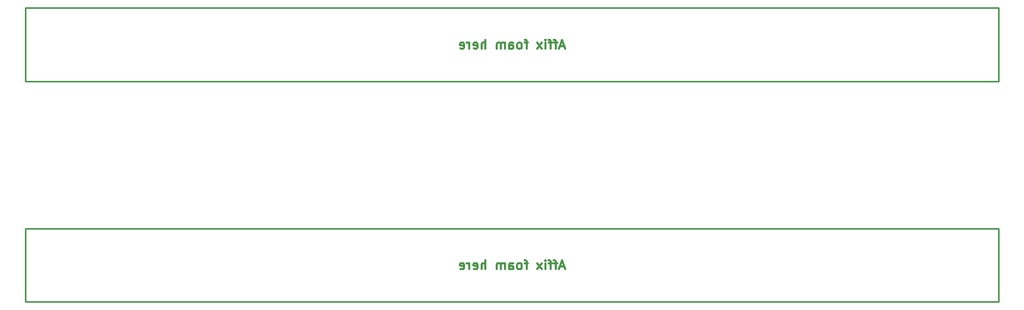
<source format=gbr>
G04 #@! TF.FileFunction,Legend,Bot*
%FSLAX46Y46*%
G04 Gerber Fmt 4.6, Leading zero omitted, Abs format (unit mm)*
G04 Created by KiCad (PCBNEW 4.0.6) date 04/26/18 16:11:40*
%MOMM*%
%LPD*%
G01*
G04 APERTURE LIST*
%ADD10C,0.100000*%
%ADD11C,0.250000*%
%ADD12C,0.300000*%
G04 APERTURE END LIST*
D10*
D11*
X68500000Y-76000000D02*
X68500000Y-88000000D01*
D12*
X156535714Y-118250000D02*
X155821428Y-118250000D01*
X156678571Y-118678571D02*
X156178571Y-117178571D01*
X155678571Y-118678571D01*
X155392857Y-117678571D02*
X154821428Y-117678571D01*
X155178571Y-118678571D02*
X155178571Y-117392857D01*
X155107143Y-117250000D01*
X154964285Y-117178571D01*
X154821428Y-117178571D01*
X154535714Y-117678571D02*
X153964285Y-117678571D01*
X154321428Y-118678571D02*
X154321428Y-117392857D01*
X154250000Y-117250000D01*
X154107142Y-117178571D01*
X153964285Y-117178571D01*
X153464285Y-118678571D02*
X153464285Y-117678571D01*
X153464285Y-117178571D02*
X153535714Y-117250000D01*
X153464285Y-117321429D01*
X153392857Y-117250000D01*
X153464285Y-117178571D01*
X153464285Y-117321429D01*
X152892856Y-118678571D02*
X152107142Y-117678571D01*
X152892856Y-117678571D02*
X152107142Y-118678571D01*
X150607142Y-117678571D02*
X150035713Y-117678571D01*
X150392856Y-118678571D02*
X150392856Y-117392857D01*
X150321428Y-117250000D01*
X150178570Y-117178571D01*
X150035713Y-117178571D01*
X149321427Y-118678571D02*
X149464285Y-118607143D01*
X149535713Y-118535714D01*
X149607142Y-118392857D01*
X149607142Y-117964286D01*
X149535713Y-117821429D01*
X149464285Y-117750000D01*
X149321427Y-117678571D01*
X149107142Y-117678571D01*
X148964285Y-117750000D01*
X148892856Y-117821429D01*
X148821427Y-117964286D01*
X148821427Y-118392857D01*
X148892856Y-118535714D01*
X148964285Y-118607143D01*
X149107142Y-118678571D01*
X149321427Y-118678571D01*
X147535713Y-118678571D02*
X147535713Y-117892857D01*
X147607142Y-117750000D01*
X147749999Y-117678571D01*
X148035713Y-117678571D01*
X148178570Y-117750000D01*
X147535713Y-118607143D02*
X147678570Y-118678571D01*
X148035713Y-118678571D01*
X148178570Y-118607143D01*
X148249999Y-118464286D01*
X148249999Y-118321429D01*
X148178570Y-118178571D01*
X148035713Y-118107143D01*
X147678570Y-118107143D01*
X147535713Y-118035714D01*
X146821427Y-118678571D02*
X146821427Y-117678571D01*
X146821427Y-117821429D02*
X146749999Y-117750000D01*
X146607141Y-117678571D01*
X146392856Y-117678571D01*
X146249999Y-117750000D01*
X146178570Y-117892857D01*
X146178570Y-118678571D01*
X146178570Y-117892857D02*
X146107141Y-117750000D01*
X145964284Y-117678571D01*
X145749999Y-117678571D01*
X145607141Y-117750000D01*
X145535713Y-117892857D01*
X145535713Y-118678571D01*
X143678570Y-118678571D02*
X143678570Y-117178571D01*
X143035713Y-118678571D02*
X143035713Y-117892857D01*
X143107142Y-117750000D01*
X143249999Y-117678571D01*
X143464284Y-117678571D01*
X143607142Y-117750000D01*
X143678570Y-117821429D01*
X141749999Y-118607143D02*
X141892856Y-118678571D01*
X142178570Y-118678571D01*
X142321427Y-118607143D01*
X142392856Y-118464286D01*
X142392856Y-117892857D01*
X142321427Y-117750000D01*
X142178570Y-117678571D01*
X141892856Y-117678571D01*
X141749999Y-117750000D01*
X141678570Y-117892857D01*
X141678570Y-118035714D01*
X142392856Y-118178571D01*
X141035713Y-118678571D02*
X141035713Y-117678571D01*
X141035713Y-117964286D02*
X140964285Y-117821429D01*
X140892856Y-117750000D01*
X140749999Y-117678571D01*
X140607142Y-117678571D01*
X139535714Y-118607143D02*
X139678571Y-118678571D01*
X139964285Y-118678571D01*
X140107142Y-118607143D01*
X140178571Y-118464286D01*
X140178571Y-117892857D01*
X140107142Y-117750000D01*
X139964285Y-117678571D01*
X139678571Y-117678571D01*
X139535714Y-117750000D01*
X139464285Y-117892857D01*
X139464285Y-118035714D01*
X140178571Y-118178571D01*
D11*
X227500000Y-124000000D02*
X227500000Y-112000000D01*
X68500000Y-124000000D02*
X227500000Y-124000000D01*
X68500000Y-112000000D02*
X227500000Y-112000000D01*
X68500000Y-124000000D02*
X68500000Y-112000000D01*
D12*
X156535714Y-82250000D02*
X155821428Y-82250000D01*
X156678571Y-82678571D02*
X156178571Y-81178571D01*
X155678571Y-82678571D01*
X155392857Y-81678571D02*
X154821428Y-81678571D01*
X155178571Y-82678571D02*
X155178571Y-81392857D01*
X155107143Y-81250000D01*
X154964285Y-81178571D01*
X154821428Y-81178571D01*
X154535714Y-81678571D02*
X153964285Y-81678571D01*
X154321428Y-82678571D02*
X154321428Y-81392857D01*
X154250000Y-81250000D01*
X154107142Y-81178571D01*
X153964285Y-81178571D01*
X153464285Y-82678571D02*
X153464285Y-81678571D01*
X153464285Y-81178571D02*
X153535714Y-81250000D01*
X153464285Y-81321429D01*
X153392857Y-81250000D01*
X153464285Y-81178571D01*
X153464285Y-81321429D01*
X152892856Y-82678571D02*
X152107142Y-81678571D01*
X152892856Y-81678571D02*
X152107142Y-82678571D01*
X150607142Y-81678571D02*
X150035713Y-81678571D01*
X150392856Y-82678571D02*
X150392856Y-81392857D01*
X150321428Y-81250000D01*
X150178570Y-81178571D01*
X150035713Y-81178571D01*
X149321427Y-82678571D02*
X149464285Y-82607143D01*
X149535713Y-82535714D01*
X149607142Y-82392857D01*
X149607142Y-81964286D01*
X149535713Y-81821429D01*
X149464285Y-81750000D01*
X149321427Y-81678571D01*
X149107142Y-81678571D01*
X148964285Y-81750000D01*
X148892856Y-81821429D01*
X148821427Y-81964286D01*
X148821427Y-82392857D01*
X148892856Y-82535714D01*
X148964285Y-82607143D01*
X149107142Y-82678571D01*
X149321427Y-82678571D01*
X147535713Y-82678571D02*
X147535713Y-81892857D01*
X147607142Y-81750000D01*
X147749999Y-81678571D01*
X148035713Y-81678571D01*
X148178570Y-81750000D01*
X147535713Y-82607143D02*
X147678570Y-82678571D01*
X148035713Y-82678571D01*
X148178570Y-82607143D01*
X148249999Y-82464286D01*
X148249999Y-82321429D01*
X148178570Y-82178571D01*
X148035713Y-82107143D01*
X147678570Y-82107143D01*
X147535713Y-82035714D01*
X146821427Y-82678571D02*
X146821427Y-81678571D01*
X146821427Y-81821429D02*
X146749999Y-81750000D01*
X146607141Y-81678571D01*
X146392856Y-81678571D01*
X146249999Y-81750000D01*
X146178570Y-81892857D01*
X146178570Y-82678571D01*
X146178570Y-81892857D02*
X146107141Y-81750000D01*
X145964284Y-81678571D01*
X145749999Y-81678571D01*
X145607141Y-81750000D01*
X145535713Y-81892857D01*
X145535713Y-82678571D01*
X143678570Y-82678571D02*
X143678570Y-81178571D01*
X143035713Y-82678571D02*
X143035713Y-81892857D01*
X143107142Y-81750000D01*
X143249999Y-81678571D01*
X143464284Y-81678571D01*
X143607142Y-81750000D01*
X143678570Y-81821429D01*
X141749999Y-82607143D02*
X141892856Y-82678571D01*
X142178570Y-82678571D01*
X142321427Y-82607143D01*
X142392856Y-82464286D01*
X142392856Y-81892857D01*
X142321427Y-81750000D01*
X142178570Y-81678571D01*
X141892856Y-81678571D01*
X141749999Y-81750000D01*
X141678570Y-81892857D01*
X141678570Y-82035714D01*
X142392856Y-82178571D01*
X141035713Y-82678571D02*
X141035713Y-81678571D01*
X141035713Y-81964286D02*
X140964285Y-81821429D01*
X140892856Y-81750000D01*
X140749999Y-81678571D01*
X140607142Y-81678571D01*
X139535714Y-82607143D02*
X139678571Y-82678571D01*
X139964285Y-82678571D01*
X140107142Y-82607143D01*
X140178571Y-82464286D01*
X140178571Y-81892857D01*
X140107142Y-81750000D01*
X139964285Y-81678571D01*
X139678571Y-81678571D01*
X139535714Y-81750000D01*
X139464285Y-81892857D01*
X139464285Y-82035714D01*
X140178571Y-82178571D01*
D11*
X227500000Y-88000000D02*
X227500000Y-76000000D01*
X68500000Y-88000000D02*
X227500000Y-88000000D01*
X68500000Y-76000000D02*
X227500000Y-76000000D01*
M02*

</source>
